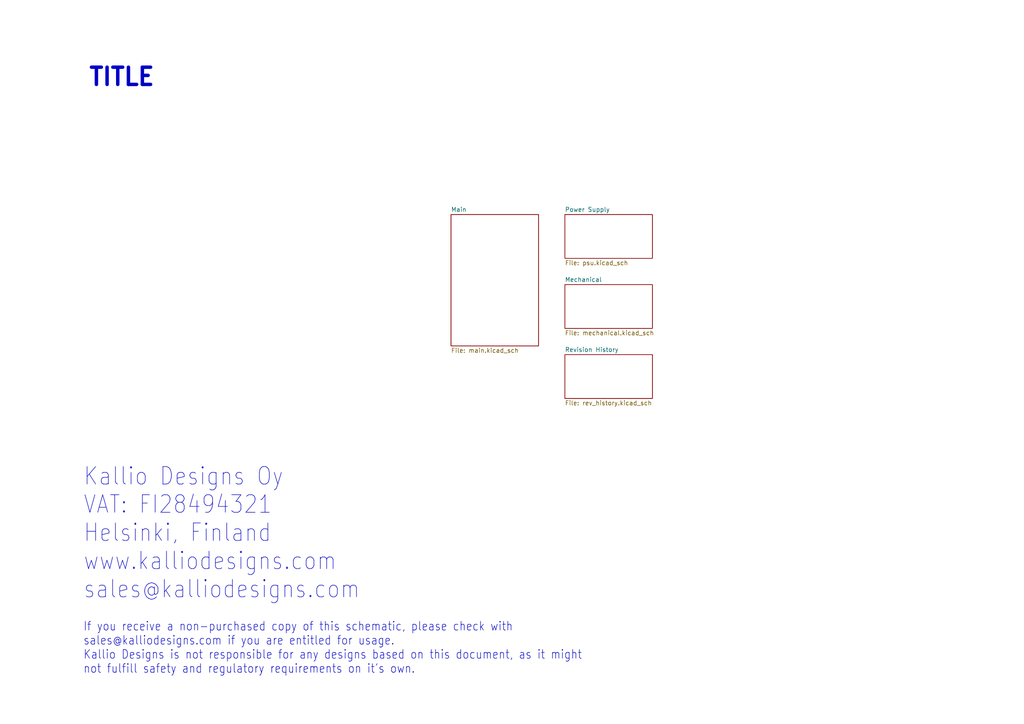
<source format=kicad_sch>
(kicad_sch (version 20230121) (generator eeschema)
  (paper "A4")
  (title_block (title "TITLE") (date "2023-05-28") (rev "1.0") (company "Kallio Designs Oy") (comment 1 "Teemu Latonen") (comment 2 "000077") (comment 3 "000077"))
  (lib_symbols)
  (bus_alias "I2C" (members "I2C_SDA" "I2C_SCL"))
  (bus_alias "SPI" (members "SPI_CLK" "SPI_MOSI" "SPI_MISO" "SPI_CS0" "SPI_CS1"))
  (text "If you receive a non-purchased copy of this schematic, please check with\nsales@kalliodesigns.com if you are entitled for usage.\nKallio Designs is not responsible for any designs based on this document, as it might\nnot fulfill safety and regulatory requirements on it's own." (at 24.13 195.58 0) (effects (font (size 2.54 2.159)) (justify left bottom)))
  (text "${TITLE}" (at 25.4 25.4 0) (effects (font (size 5 5) (thickness 1) bold) (justify left bottom)))
  (text "Kallio Designs Oy\nVAT: FI28494321\nHelsinki, Finland\nwww.kalliodesigns.com\nsales@kalliodesigns.com" (at 24.13 173.99 0) (effects (font (size 5.08 4.318)) (justify left bottom)))
  (sheet (at 130.81 62.23) (size 25.4 38.1) (stroke (width 0.1524))
    (property "Sheetname" "Main" (at 130.81 61.5184 0) (effects (justify left bottom)))
    (property "Sheetfile" "main.kicad_sch" (at 130.81 100.9146 0) (effects (justify left top)))
  )
  (sheet (at 163.83 102.87) (size 25.4 12.7) (stroke (width 0.1524))
    (property "Sheetname" "Revision History" (at 163.83 102.1584 0) (effects (justify left bottom)))
    (property "Sheetfile" "rev_history.kicad_sch" (at 163.83 116.1546 0) (effects (justify left top)))
  )
  (sheet (at 163.83 82.55) (size 25.4 12.7) (stroke (width 0.1524))
    (property "Sheetname" "Mechanical" (at 163.83 81.8384 0) (effects (justify left bottom)))
    (property "Sheetfile" "mechanical.kicad_sch" (at 163.83 95.8346 0) (effects (justify left top)))
  )
  (sheet (at 163.83 62.23) (size 25.4 12.7) (stroke (width 0.1524))
    (property "Sheetname" "Power Supply" (at 163.83 61.5184 0) (effects (justify left bottom)))
    (property "Sheetfile" "psu.kicad_sch" (at 163.83 75.5146 0) (effects (justify left top)))
  )
)
</source>
